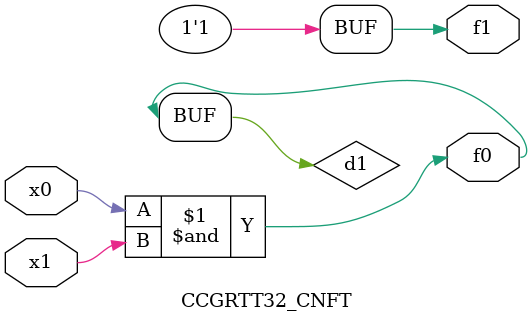
<source format=v>
module CCGRTT32_CNFT(
	input x0, x1,
	output f0, f1
);

	wire d1;

	assign f0 = d1;
	and (d1, x0, x1);
	assign f1 = 1'b1;
endmodule

</source>
